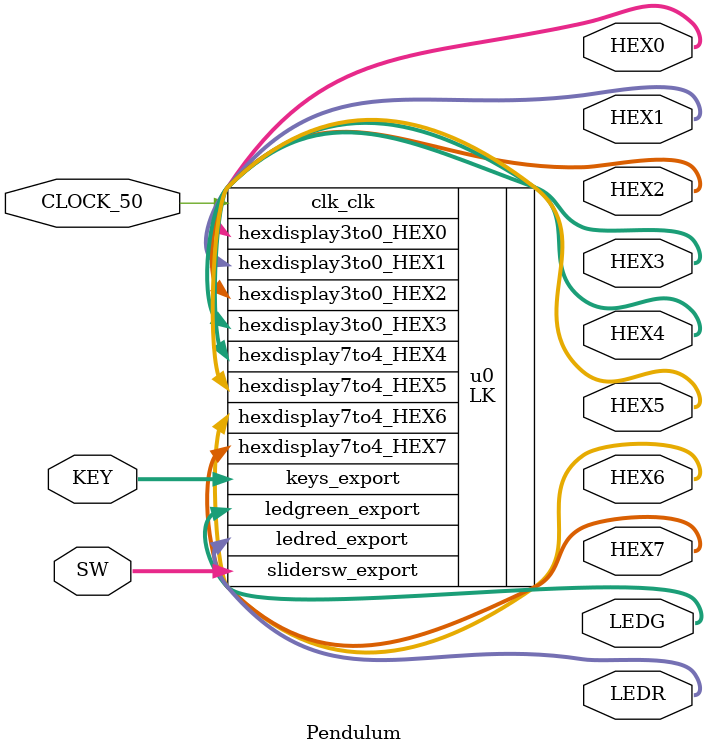
<source format=v>
module Pendulum
	(
		////////////////////	Clock Input	 	////////////////////	 
		CLOCK_50,						//	50 MHz
		////////////////////	Push Button		////////////////////
		KEY,							//	Pushbutton[3:0]
		////////////////////	DPDT Switch		////////////////////
		SW,								//	Toggle Switch[17:0]
		////////////////////	7-SEG Dispaly	////////////////////
		HEX0,							//	Seven Segment Digit 0
		HEX1,							//	Seven Segment Digit 1
		HEX2,							//	Seven Segment Digit 2
		HEX3,							//	Seven Segment Digit 3
		HEX4,							//	Seven Segment Digit 4
		HEX5,							//	Seven Segment Digit 5
		HEX6,							//	Seven Segment Digit 6
		HEX7,							//	Seven Segment Digit 7
		////////////////////////	LED		////////////////////////
		LEDG,							//	LED Green[8:0]
		LEDR							//	LED Red[17:0]
	);

////////////////////////	Clock Input	 	////////////////////////
input			CLOCK_50;				//	50 MHz
////////////////////////	Push Button		////////////////////////
input	[3:0]	KEY;					//	Pushbutton[3:0]
////////////////////////	DPDT Switch		////////////////////////
input	[17:0]	SW;						//	Toggle Switch[17:0]
////////////////////////	7-SEG Dispaly	////////////////////////
output	[6:0]	HEX0;					//	Seven Segment Digit 0
output	[6:0]	HEX1;					//	Seven Segment Digit 1
output	[6:0]	HEX2;					//	Seven Segment Digit 2
output	[6:0]	HEX3;					//	Seven Segment Digit 3
output	[6:0]	HEX4;					//	Seven Segment Digit 4
output	[6:0]	HEX5;					//	Seven Segment Digit 5
output	[6:0]	HEX6;					//	Seven Segment Digit 6
output	[6:0]	HEX7;					//	Seven Segment Digit 7
////////////////////////////	LED		////////////////////////////
output	[8:0]	LEDG;					//	LED Green[8:0]
output	[17:0]	LEDR;					//	LED Red[17:0]


//	Turn on all display
//assign	HEX0		=	7'h00;
//assign	HEX1		=	7'h00;
//assign	HEX2		=	7'h00;
//assign	HEX3		=	7'h00;
//assign	HEX4		=	7'h00;
//assign	HEX5		=	7'h00;
//assign	HEX6		=	7'h00;
//assign	HEX7		=	7'h00;
//assign	LEDG		=	9'h1FF;
//assign	LEDR		=	18'h3FFFF;

LK u0 (
        .clk_clk                        (CLOCK_50),  //                       clk.clk
        .slidersw_export                (SW),        //                  slidersw.export
		  .hexdisplay3to0_HEX0            (HEX0),      //            hexdisplay3to0.HEX0
        .hexdisplay3to0_HEX1            (HEX1),      //                          .HEX1
        .hexdisplay3to0_HEX2            (HEX2),      //                          .HEX2
        .hexdisplay3to0_HEX3            (HEX3),      //                          .HEX3
        .hexdisplay7to4_HEX4            (HEX4),      //            hexdisplay7to4.HEX4
        .hexdisplay7to4_HEX5            (HEX5),      //                          .HEX5
        .hexdisplay7to4_HEX6            (HEX6),      //                          .HEX6
        .hexdisplay7to4_HEX7            (HEX7),      //                          .HEX7
        .ledgreen_export                (LEDG),      //                  ledgreen.export
        .ledred_export                  (LEDR),      //                    ledred.export
        .keys_export                    (KEY)        //                      keys.export
    );

//assign LEDR = SW;  // if you want this, disable .ledred_export line above

endmodule
</source>
